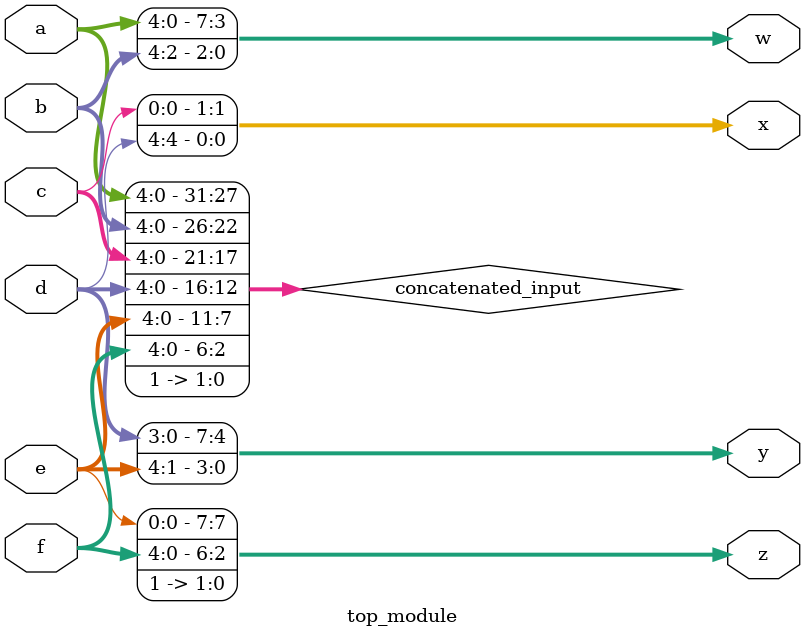
<source format=sv>
module top_module (
    input [4:0] a,
    input [4:0] b,
    input [4:0] c,
    input [4:0] d,
    input [4:0] e,
    input [4:0] f,
    output [7:0] w,
    output [7:8] x,
    output [7:0] y,
    output [7:0] z
); 
 
    wire [31:0] concatenated_input;     
    assign concatenated_input = {a, b, c, d, e, f, 2'b11}; 
 
    assign w = concatenated_input[31:24];
    assign x = concatenated_input[23:16];
    assign y = concatenated_input[15:8];
    assign z = concatenated_input[7:0];
 
endmodule

</source>
